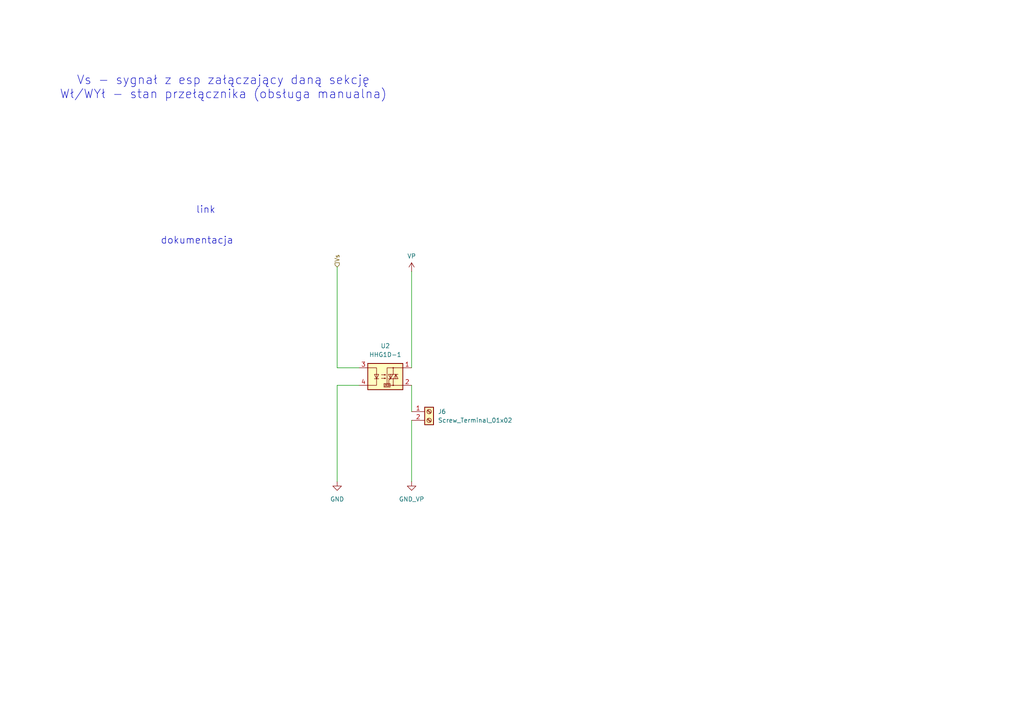
<source format=kicad_sch>
(kicad_sch (version 20250114) (generator "eeschema") (generator_version "9.0")
  (paper "A4")
  (title_block (title "Sterownik podlewania V1.1") (date "2025-10-09") (comment 1 "Praca inżynierska ") (comment 2 "Filip Gajewski"))
  (lib_symbols
    (symbol "Connector:Screw_Terminal_01x02" (pin_names (offset 1.016) (hide yes))
      (property "Reference" "J" (at 0 2.54 0))
      (property "Value" "Screw_Terminal_01x02" (at 0 -5.08 0))
      (symbol "Screw_Terminal_01x02_1_1"
        (rectangle (start -1.27 1.27) (end 1.27 -3.81) (stroke (width 0.254)) (fill (type background)))
        (polyline (pts (xy -0.5334 0.3302) (xy 0.3302 -0.508)) (stroke (width 0.1524)))
        (polyline (pts (xy -0.5334 -2.2098) (xy 0.3302 -3.048)) (stroke (width 0.1524)))
        (polyline (pts (xy -0.3556 0.508) (xy 0.508 -0.3302)) (stroke (width 0.1524)))
        (polyline (pts (xy -0.3556 -2.032) (xy 0.508 -2.8702)) (stroke (width 0.1524)))
        (circle (center 0 0) (radius 0.635) (stroke (width 0.1524)))
        (circle (center 0 -2.54) (radius 0.635) (stroke (width 0.1524)))
        (pin passive line (at -5.08 0 0) (length 3.81) (name "Pin_1") (number "1"))
        (pin passive line (at -5.08 -2.54 0) (length 3.81) (name "Pin_2") (number "2"))
      )
    )
    (symbol "Relay_SolidState:HHG1D-1"
      (property "Reference" "U" (at -5.08 5.08 0))
      (property "Value" "HHG1D-1" (at 0 5.08 0))
      (symbol "HHG1D-1_0_0"
        (rectangle (start -0.381 -2.032) (end 1.397 -3.048))
        (polyline (pts (xy 1.524 -0.635) (xy 1.016 -1.016) (xy 1.016 -2.032)))
        (polyline (pts (xy 2.286 -2.54) (xy 1.397 -2.54)))
        (text "ZCD" (at 0.508 -2.54 0) (effects (font (size 0.508 0.508))))
      )
      (symbol "HHG1D-1_0_1"
        (rectangle (start -5.08 3.81) (end 5.08 -3.81) (stroke (width 0.254)) (fill (type background)))
        (polyline (pts (xy -5.08 2.54) (xy -2.54 2.54) (xy -2.54 -2.54) (xy -5.08 -2.54)))
        (polyline (pts (xy -3.175 -0.635) (xy -1.905 -0.635)))
        (polyline (pts (xy -2.54 -0.635) (xy -3.175 0.635) (xy -1.905 0.635) (xy -2.54 -0.635)))
        (polyline (pts (xy -1.143 0.508) (xy 0.127 0.508) (xy -0.254 0.381) (xy -0.254 0.635) (xy 0.127 0.508)))
        (polyline (pts (xy -1.143 -0.508) (xy 0.127 -0.508) (xy -0.254 -0.635) (xy -0.254 -0.381) (xy 0.127 -0.508)))
        (polyline (pts (xy 0.889 -0.635) (xy 3.683 -0.635) (xy 3.048 0.635) (xy 2.413 -0.635)))
        (polyline (pts (xy 1.524 -0.635) (xy 1.524 0.635)))
        (polyline (pts (xy 2.286 2.54) (xy 0.508 2.54) (xy 0.508 -2.032)))
        (circle (center 2.286 2.54) (radius 0.127))
        (polyline (pts (xy 2.286 0.635) (xy 2.286 2.54) (xy 5.08 2.54)))
        (polyline (pts (xy 2.286 -0.635) (xy 2.286 -2.54) (xy 5.08 -2.54)))
        (circle (center 2.286 -2.54) (radius 0.127))
        (polyline (pts (xy 3.048 0.635) (xy 3.048 -0.635)))
        (polyline (pts (xy 3.683 0.635) (xy 0.889 0.635) (xy 1.524 -0.635) (xy 2.159 0.635)))
      )
      (symbol "HHG1D-1_1_1"
        (pin passive line (at -7.62 2.54 0) (length 2.54) (name "~") (number "3"))
        (pin passive line (at -7.62 -2.54 0) (length 2.54) (name "~") (number "4"))
        (pin passive line (at 7.62 2.54 180) (length 2.54) (name "~") (number "1"))
        (pin passive line (at 7.62 -2.54 180) (length 2.54) (name "~") (number "2"))
      )
    )
    (symbol "power:GND" (power) (pin_numbers (hide yes)) (pin_names (offset 0) (hide yes))
      (property "Value" "GND" (at 0 -3.81 0))
      (symbol "GND_0_1"
        (polyline (pts (xy 0 0) (xy 0 -1.27) (xy 1.27 -1.27) (xy 0 -2.54) (xy -1.27 -1.27) (xy 0 -1.27)))
      )
      (symbol "GND_1_1"
        (pin power_in line (at 0 0 270) (length 0) (name "~") (number "1"))
      )
    )
    (symbol "power:VPP" (power) (pin_numbers (hide yes)) (pin_names (offset 0) (hide yes))
      (property "Value" "VPP" (at 0 3.556 0))
      (symbol "VPP_0_1"
        (polyline (pts (xy -0.762 1.27) (xy 0 2.54)))
        (polyline (pts (xy 0 2.54) (xy 0.762 1.27)))
        (polyline (pts (xy 0 0) (xy 0 2.54)))
      )
      (symbol "VPP_1_1"
        (pin power_in line (at 0 0 90) (length 0) (name "~") (number "1"))
      )
    )
  )
  (text "Vs - sygnał z esp załączający daną sekcję\nWł/WYł - stan przełącznika (obsługa manualna)\n" (at 64.77 25.4 0) (effects (font (size 2.54 2.54))))
  (text "dokumentacja\n" (at 57.15 69.85 0) (effects (font (size 2.032 2.032))))
  (text "link" (at 59.69 60.96 0) (effects (font (size 2.032 2.032))))
  (wire (pts (xy 97.79 77.47) (xy 97.79 106.68)))
  (wire (pts (xy 119.38 111.76) (xy 119.38 119.38)))
  (wire (pts (xy 119.38 78.74) (xy 119.38 106.68)))
  (wire (pts (xy 104.14 111.76) (xy 97.79 111.76)))
  (wire (pts (xy 119.38 121.92) (xy 119.38 139.7)))
  (wire (pts (xy 97.79 106.68) (xy 104.14 106.68)))
  (wire (pts (xy 97.79 111.76) (xy 97.79 139.7)))
  (hierarchical_label "Vs" (shape input) (at 97.79 77.47 90))
  (symbol (lib_id "Connector:Screw_Terminal_01x02") (at 124.46 119.38 0) (unit 1)
    (property "Reference" "J5" (at 127 119.3799 0) (effects (justify left)))
    (property "Value" "Screw_Terminal_01x02" (at 127 121.9199 0) (effects (justify left)))
    (property "Footprint" "TerminalBlock:TerminalBlock_MaiXu_MX126-5.0-02P_1x02_P5.00mm" (effects (hide yes)))
    (property "Description" "Generic screw terminal, single row, 01x02, script generated (kicad-library-utils/schlib/autogen/connector/)" (effects (hide yes)))
    (instances (project "Sterownik_Podlewania" (path "" (reference "J6") (unit 1)) (path "" (reference "J5") (unit 1)) (path "" (reference "J8") (unit 1)) (path "" (reference "J9") (unit 1)) (path "" (reference "J7") (unit 1))))
  )
  (symbol (lib_id "power:GND") (at 119.38 139.7 0) (unit 1)
    (property "Reference" "#PWR092" (effects (hide yes)))
    (property "Value" "GND_VP" (at 119.38 144.78 0))
    (property "Description" "Power symbol creates a global label with name \"GND\" , ground" (effects (hide yes)))
    (instances (project "Sterownik_Podlewania" (path "" (reference "#PWR093") (unit 1)) (path "" (reference "#PWR092") (unit 1)) (path "" (reference "#PWR095") (unit 1)) (path "" (reference "#PWR096") (unit 1)) (path "" (reference "#PWR094") (unit 1))))
  )
  (symbol (lib_id "power:VPP") (at 119.38 78.74 0) (unit 1)
    (property "Reference" "#PWR087" (effects (hide yes)))
    (property "Value" "VP" (at 119.38 74.295 0))
    (property "Description" "Power symbol creates a global label with name \"VPP\"" (effects (hide yes)))
    (instances (project "Sterownik_Podlewania" (path "" (reference "#PWR088") (unit 1)) (path "" (reference "#PWR087") (unit 1)) (path "" (reference "#PWR090") (unit 1)) (path "" (reference "#PWR091") (unit 1)) (path "" (reference "#PWR089") (unit 1))))
  )
  (symbol (lib_id "power:GND") (at 97.79 139.7 0) (unit 1)
    (property "Reference" "#PWR038" (effects (hide yes)))
    (property "Value" "GND" (at 97.79 144.78 0))
    (property "Description" "Power symbol creates a global label with name \"GND\" , ground" (effects (hide yes)))
    (instances (project "" (path "" (reference "#PWR041") (unit 1)) (path "" (reference "#PWR038") (unit 1)) (path "" (reference "#PWR047") (unit 1)) (path "" (reference "#PWR048") (unit 1)) (path "" (reference "#PWR044") (unit 1))))
  )
  (symbol (lib_id "Relay_SolidState:HHG1D-1") (at 111.76 109.22 0) (unit 1)
    (property "Reference" "U1" (at 111.76 100.33 0))
    (property "Value" "HHG1D-1" (at 111.76 102.87 0))
    (property "Footprint" "Relay_THT:RELAY_G3MB-202P" (effects (hide yes)))
    (property "Datasheet" "https://ncr.hk/uploads/Relays/Solid_State_Relays/HHG1D-1.pdf" (effects (hide yes)))
    (property "Description" "NCR zero cross solid state relay 1A, 2A, 3A, 4A" (effects (hide yes)))
    (instances (project "" (path "" (reference "U2") (unit 1)) (path "" (reference "U1") (unit 1)) (path "" (reference "U3") (unit 1)) (path "" (reference "U6") (unit 1)) (path "" (reference "U4") (unit 1))))
  )
)
</source>
